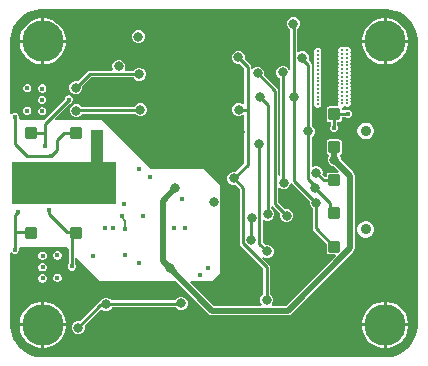
<source format=gbl>
G04*
G04 #@! TF.GenerationSoftware,Altium Limited,Altium Designer,21.6.4 (81)*
G04*
G04 Layer_Physical_Order=4*
G04 Layer_Color=16711680*
%FSLAX25Y25*%
%MOIN*%
G70*
G04*
G04 #@! TF.SameCoordinates,C1900F0A-900D-499D-9597-BB550FD85569*
G04*
G04*
G04 #@! TF.FilePolarity,Positive*
G04*
G01*
G75*
%ADD63C,0.01968*%
%ADD64C,0.01000*%
%ADD65C,0.00709*%
%ADD72C,0.03543*%
%ADD73C,0.13780*%
%ADD74C,0.01575*%
%ADD75C,0.03150*%
%ADD76C,0.00787*%
%ADD77C,0.00709*%
G04:AMPARAMS|DCode=85|XSize=39.37mil|YSize=39.37mil|CornerRadius=3.94mil|HoleSize=0mil|Usage=FLASHONLY|Rotation=270.000|XOffset=0mil|YOffset=0mil|HoleType=Round|Shape=RoundedRectangle|*
%AMROUNDEDRECTD85*
21,1,0.03937,0.03150,0,0,270.0*
21,1,0.03150,0.03937,0,0,270.0*
1,1,0.00787,-0.01575,-0.01575*
1,1,0.00787,-0.01575,0.01575*
1,1,0.00787,0.01575,0.01575*
1,1,0.00787,0.01575,-0.01575*
%
%ADD85ROUNDEDRECTD85*%
%ADD86R,0.03839X0.11516*%
%ADD87R,0.34918X0.13976*%
G36*
X100844Y53109D02*
X100796Y52995D01*
Y52133D01*
X101126Y51337D01*
X101735Y50728D01*
X101850Y50681D01*
Y43993D01*
X101850Y43993D01*
X101934Y43568D01*
X102175Y43207D01*
X106478Y38905D01*
Y36324D01*
X106554Y35940D01*
X106772Y35614D01*
X107097Y35397D01*
X107481Y35320D01*
X109348D01*
X109539Y34858D01*
X92827Y18146D01*
X88348D01*
X88141Y18646D01*
X88352Y18857D01*
X88682Y19653D01*
Y20514D01*
X88352Y21310D01*
X87743Y21919D01*
X87629Y21967D01*
Y31119D01*
X87629Y31119D01*
X87544Y31544D01*
X87303Y31905D01*
X87303Y31905D01*
X85101Y34107D01*
X85389Y34488D01*
X86184Y34159D01*
X87046D01*
X87842Y34488D01*
X88451Y35097D01*
X88780Y35893D01*
Y36755D01*
X88451Y37550D01*
X87842Y38159D01*
X87046Y38489D01*
X86184D01*
X86070Y38442D01*
X85168Y39344D01*
Y46654D01*
X85668Y46856D01*
X86381Y46560D01*
X87243D01*
X88039Y46890D01*
X88648Y47499D01*
X88977Y48295D01*
Y49156D01*
X88648Y49952D01*
X88039Y50561D01*
X87924Y50609D01*
Y51227D01*
X88424Y51379D01*
X88486Y51286D01*
X90999Y48773D01*
X90952Y48658D01*
Y47797D01*
X91281Y47001D01*
X91890Y46392D01*
X92686Y46062D01*
X93548D01*
X94344Y46392D01*
X94953Y47001D01*
X95282Y47797D01*
Y48658D01*
X94953Y49454D01*
X94344Y50063D01*
X93548Y50393D01*
X92686D01*
X92572Y50345D01*
X90385Y52532D01*
Y57328D01*
X90885Y57535D01*
X90999Y57421D01*
X91795Y57092D01*
X92656D01*
X93452Y57421D01*
X94061Y58030D01*
X94391Y58826D01*
Y58907D01*
X94862Y59062D01*
X94891Y59062D01*
X100844Y53109D01*
D02*
G37*
G36*
X128098Y116927D02*
X129466Y116560D01*
X130775Y116018D01*
X132002Y115310D01*
X133126Y114447D01*
X134128Y113445D01*
X134990Y112321D01*
X135698Y111094D01*
X136241Y109785D01*
X136607Y108417D01*
X136792Y107013D01*
Y106304D01*
Y11811D01*
Y11103D01*
X136607Y9698D01*
X136241Y8330D01*
X135698Y7021D01*
X134990Y5794D01*
X134128Y4670D01*
X133126Y3668D01*
X132002Y2806D01*
X130775Y2097D01*
X129466Y1555D01*
X128098Y1188D01*
X126693Y1003D01*
X11103D01*
X9698Y1188D01*
X8330Y1555D01*
X7021Y2097D01*
X5794Y2806D01*
X4670Y3668D01*
X3668Y4670D01*
X2806Y5794D01*
X2097Y7021D01*
X1555Y8330D01*
X1188Y9698D01*
X1003Y11103D01*
Y11811D01*
Y35864D01*
X1503Y36022D01*
X1779Y35746D01*
X2286Y35536D01*
X2834D01*
X3340Y35746D01*
X3728Y36134D01*
X3938Y36640D01*
Y37189D01*
X3851Y37399D01*
X4178Y37899D01*
X19489D01*
X20444Y36944D01*
Y32141D01*
X20388Y32085D01*
X20178Y31578D01*
Y31030D01*
X20388Y30524D01*
X20775Y30136D01*
X21282Y29926D01*
X21830D01*
X22337Y30136D01*
X22724Y30524D01*
X22934Y31030D01*
Y31578D01*
X22724Y32085D01*
X22668Y32141D01*
Y34067D01*
X23130Y34258D01*
X30808Y26580D01*
X55998D01*
X67173Y15405D01*
X67694Y15057D01*
X68308Y14935D01*
X68308Y14935D01*
X93492D01*
X93492Y14935D01*
X94107Y15057D01*
X94627Y15405D01*
X115408Y36186D01*
X115408Y36186D01*
X115756Y36706D01*
X115878Y37321D01*
X115878Y37321D01*
Y61521D01*
X115878Y61521D01*
X115756Y62135D01*
X115408Y62656D01*
X115408Y62656D01*
X111123Y66941D01*
Y67266D01*
X110822Y67993D01*
X110868Y68224D01*
X111015Y68541D01*
X111340Y68759D01*
X111558Y69085D01*
X111634Y69468D01*
Y72618D01*
X111558Y73002D01*
X111340Y73328D01*
X111015Y73545D01*
X110631Y73622D01*
X107481D01*
X107097Y73545D01*
X106772Y73328D01*
X106554Y73002D01*
X106478Y72618D01*
Y69468D01*
X106554Y69085D01*
X106772Y68759D01*
X106975Y68623D01*
X107118Y68091D01*
X107108Y68029D01*
X106792Y67266D01*
Y66405D01*
X107122Y65609D01*
X107731Y65000D01*
X108527Y64670D01*
X108852D01*
X110449Y63073D01*
X110242Y62573D01*
X107481D01*
X107097Y62497D01*
X106772Y62279D01*
X106554Y61954D01*
X106478Y61570D01*
Y61107D01*
X105934D01*
X105088Y61953D01*
X105127Y62046D01*
Y62907D01*
X104797Y63703D01*
X104188Y64312D01*
X103392Y64642D01*
X102531D01*
X102007Y64425D01*
X101507Y64737D01*
Y74401D01*
X101621Y74449D01*
X102230Y75058D01*
X102560Y75854D01*
Y76715D01*
X102230Y77511D01*
X101621Y78120D01*
X101507Y78168D01*
Y98511D01*
X101507Y98511D01*
X101422Y98936D01*
X101181Y99297D01*
X100424Y100055D01*
X100592Y100460D01*
Y101321D01*
X100262Y102117D01*
X99653Y102726D01*
X98857Y103056D01*
X97996D01*
X97200Y102726D01*
X97097Y102623D01*
X96635Y102815D01*
Y110407D01*
X97211Y110983D01*
X97540Y111779D01*
Y112640D01*
X97211Y113436D01*
X96601Y114045D01*
X95806Y114375D01*
X94944D01*
X94148Y114045D01*
X93539Y113436D01*
X93210Y112640D01*
Y111779D01*
X93539Y110983D01*
X94148Y110374D01*
X94411Y110265D01*
Y96946D01*
X93911Y96846D01*
X93766Y97196D01*
X93157Y97805D01*
X92361Y98135D01*
X91499D01*
X90703Y97805D01*
X90094Y97196D01*
X89765Y96400D01*
Y95539D01*
X90094Y94743D01*
X90703Y94134D01*
X90966Y94025D01*
Y61486D01*
X90885Y61432D01*
X90385Y61699D01*
Y89867D01*
X90300Y90293D01*
X90059Y90653D01*
X85583Y95129D01*
X85631Y95244D01*
Y96105D01*
X85301Y96901D01*
X84692Y97510D01*
X83896Y97840D01*
X83035D01*
X82239Y97510D01*
X81739Y97010D01*
X81239Y97164D01*
Y97922D01*
X81154Y98347D01*
X80913Y98708D01*
X80913Y98708D01*
X79183Y100438D01*
X79233Y100558D01*
Y101420D01*
X78904Y102216D01*
X78294Y102825D01*
X77499Y103155D01*
X76637D01*
X75841Y102825D01*
X75232Y102216D01*
X74902Y101420D01*
Y100558D01*
X75232Y99763D01*
X75841Y99154D01*
X76637Y98824D01*
X77499D01*
X77608Y98869D01*
X79015Y97461D01*
Y85489D01*
X78515Y85281D01*
X78393Y85404D01*
X77597Y85733D01*
X76736D01*
X75940Y85404D01*
X75331Y84794D01*
X75001Y83999D01*
Y83137D01*
X75331Y82341D01*
X75940Y81732D01*
X76736Y81403D01*
X77597D01*
X78393Y81732D01*
X78515Y81854D01*
X79015Y81647D01*
Y65631D01*
X76137Y62753D01*
X76022Y62800D01*
X75161D01*
X74365Y62471D01*
X73756Y61861D01*
X73426Y61066D01*
Y60204D01*
X73756Y59408D01*
X74365Y58799D01*
X75161Y58469D01*
X76022D01*
X76137Y58517D01*
X77531Y57123D01*
Y38993D01*
X77531Y38993D01*
X77615Y38567D01*
X77856Y38207D01*
X85405Y30658D01*
Y21967D01*
X85290Y21919D01*
X84681Y21310D01*
X84351Y20514D01*
Y19653D01*
X84681Y18857D01*
X84892Y18646D01*
X84685Y18146D01*
X68973D01*
X61001Y26118D01*
X61193Y26580D01*
X68505D01*
X71064Y29139D01*
Y58174D01*
X65552Y63686D01*
X47836D01*
X31300Y80221D01*
X16105D01*
X15913Y80683D01*
X20766Y85536D01*
X20846D01*
X21352Y85746D01*
X21740Y86134D01*
X21950Y86640D01*
Y87189D01*
X21740Y87695D01*
X21352Y88083D01*
X20846Y88292D01*
X20298D01*
X19791Y88083D01*
X19404Y87695D01*
X19194Y87189D01*
Y87109D01*
X12306Y80221D01*
X4226D01*
X3892Y80721D01*
X3938Y80833D01*
Y81381D01*
X3728Y81888D01*
X3341Y82275D01*
X2834Y82485D01*
X2286D01*
X1780Y82275D01*
X1503Y81999D01*
X1003Y82157D01*
Y106304D01*
Y107012D01*
X1188Y108417D01*
X1555Y109786D01*
X2097Y111094D01*
X2806Y112321D01*
X3668Y113445D01*
X4670Y114447D01*
X5794Y115310D01*
X7021Y116018D01*
X8330Y116560D01*
X9698Y116927D01*
X11103Y117112D01*
X126693D01*
X128098Y116927D01*
D02*
G37*
%LPC*%
G36*
X126740Y113976D02*
X126484D01*
Y106799D01*
X133661D01*
Y107055D01*
X133366Y108539D01*
X132788Y109936D01*
X131948Y111193D01*
X130878Y112262D01*
X129621Y113103D01*
X128224Y113681D01*
X126740Y113976D01*
D02*
G37*
G36*
X125484D02*
X125228D01*
X123745Y113681D01*
X122348Y113103D01*
X121090Y112262D01*
X120021Y111193D01*
X119181Y109936D01*
X118602Y108539D01*
X118307Y107055D01*
Y106799D01*
X125484D01*
Y113976D01*
D02*
G37*
G36*
X12567D02*
X12311D01*
Y106799D01*
X19488D01*
Y107055D01*
X19193Y108539D01*
X18614Y109936D01*
X17774Y111193D01*
X16705Y112262D01*
X15448Y113103D01*
X14050Y113681D01*
X12567Y113976D01*
D02*
G37*
G36*
X11311D02*
X11055D01*
X9572Y113681D01*
X8174Y113103D01*
X6917Y112262D01*
X5848Y111193D01*
X5008Y109936D01*
X4429Y108539D01*
X4134Y107055D01*
Y106799D01*
X11311D01*
Y113976D01*
D02*
G37*
G36*
X44133Y110044D02*
X43271D01*
X42475Y109715D01*
X41866Y109106D01*
X41536Y108310D01*
Y107448D01*
X41866Y106652D01*
X42475Y106043D01*
X43271Y105714D01*
X44133D01*
X44928Y106043D01*
X45537Y106652D01*
X45867Y107448D01*
Y108310D01*
X45537Y109106D01*
X44928Y109715D01*
X44133Y110044D01*
D02*
G37*
G36*
X113622Y104532D02*
X113152D01*
X112718Y104353D01*
X112452Y104087D01*
X112186Y104353D01*
X111752Y104532D01*
X111282D01*
X110848Y104353D01*
X110515Y104020D01*
X110336Y103586D01*
Y103116D01*
X110500Y102719D01*
X110336Y102321D01*
Y101851D01*
X110500Y101453D01*
X110336Y101055D01*
Y100585D01*
X110500Y100188D01*
X110336Y99790D01*
Y99320D01*
X110500Y98922D01*
X110336Y98524D01*
Y98054D01*
X110500Y97657D01*
X110336Y97259D01*
Y96789D01*
X110500Y96391D01*
X110336Y95994D01*
Y95524D01*
X110500Y95126D01*
X110336Y94728D01*
Y94258D01*
X110500Y93860D01*
X110336Y93463D01*
Y92993D01*
X110500Y92595D01*
X110336Y92197D01*
Y91727D01*
X110500Y91329D01*
X110336Y90932D01*
Y90462D01*
X110500Y90064D01*
X110336Y89666D01*
Y89196D01*
X110500Y88798D01*
X110336Y88401D01*
Y87931D01*
X110500Y87533D01*
X110336Y87135D01*
Y86665D01*
X110500Y86268D01*
X110336Y85870D01*
Y85400D01*
X110431Y85170D01*
X110173Y84697D01*
X110138Y84670D01*
X107481D01*
X107097Y84593D01*
X106772Y84376D01*
X106554Y84050D01*
X106478Y83666D01*
Y80517D01*
X106554Y80133D01*
X106772Y79807D01*
X107097Y79590D01*
X107481Y79513D01*
X107846D01*
Y78302D01*
X107790Y78246D01*
X107580Y77740D01*
Y77192D01*
X107790Y76685D01*
X108177Y76297D01*
X108684Y76088D01*
X109232D01*
X109738Y76297D01*
X110126Y76685D01*
X110336Y77192D01*
Y77740D01*
X110126Y78246D01*
X110070Y78302D01*
Y79513D01*
X110631D01*
X111015Y79590D01*
X111340Y79807D01*
X111558Y80133D01*
X111634Y80517D01*
Y81078D01*
X112747D01*
X112803Y81022D01*
X113310Y80812D01*
X113858D01*
X114364Y81022D01*
X114752Y81409D01*
X114962Y81916D01*
Y82464D01*
X114752Y82970D01*
X114364Y83358D01*
X113858Y83568D01*
X113310D01*
X112803Y83358D01*
X112747Y83302D01*
X111634D01*
Y83666D01*
X111577Y83954D01*
X111668Y84213D01*
X111860Y84499D01*
X112186Y84634D01*
X112452Y84900D01*
X112718Y84634D01*
X113152Y84454D01*
X113622D01*
X114056Y84634D01*
X114388Y84966D01*
X114568Y85400D01*
Y85870D01*
X114403Y86268D01*
X114568Y86665D01*
Y87135D01*
X114403Y87533D01*
X114568Y87931D01*
Y88401D01*
X114403Y88798D01*
X114568Y89196D01*
Y89666D01*
X114403Y90064D01*
X114568Y90462D01*
Y90932D01*
X114403Y91329D01*
X114568Y91727D01*
Y92197D01*
X114403Y92595D01*
X114568Y92993D01*
Y93463D01*
X114403Y93860D01*
X114568Y94258D01*
Y94728D01*
X114403Y95126D01*
X114568Y95524D01*
Y95994D01*
X114403Y96391D01*
X114568Y96789D01*
Y97259D01*
X114403Y97657D01*
X114568Y98054D01*
Y98524D01*
X114403Y98922D01*
X114568Y99320D01*
Y99790D01*
X114403Y100188D01*
X114568Y100585D01*
Y101055D01*
X114403Y101453D01*
X114568Y101851D01*
Y102321D01*
X114403Y102719D01*
X114568Y103116D01*
Y103586D01*
X114388Y104020D01*
X114056Y104353D01*
X113622Y104532D01*
D02*
G37*
G36*
X133661Y105799D02*
X126484D01*
Y98622D01*
X126740D01*
X128224Y98917D01*
X129621Y99496D01*
X130878Y100336D01*
X131948Y101405D01*
X132788Y102663D01*
X133366Y104060D01*
X133661Y105543D01*
Y105799D01*
D02*
G37*
G36*
X125484D02*
X118307D01*
Y105543D01*
X118602Y104060D01*
X119181Y102663D01*
X120021Y101405D01*
X121090Y100336D01*
X122348Y99496D01*
X123745Y98917D01*
X125228Y98622D01*
X125484D01*
Y105799D01*
D02*
G37*
G36*
X19488Y105799D02*
X12311D01*
Y98622D01*
X12567D01*
X14050Y98917D01*
X15448Y99496D01*
X16705Y100336D01*
X17774Y101405D01*
X18614Y102663D01*
X19193Y104060D01*
X19488Y105543D01*
Y105799D01*
D02*
G37*
G36*
X11311D02*
X4134D01*
Y105543D01*
X4429Y104060D01*
X5008Y102663D01*
X5848Y101405D01*
X6917Y100336D01*
X8174Y99496D01*
X9572Y98917D01*
X11055Y98622D01*
X11311D01*
Y105799D01*
D02*
G37*
G36*
X37636Y100202D02*
X36775D01*
X35979Y99872D01*
X35370Y99263D01*
X35040Y98467D01*
Y97606D01*
X35295Y96991D01*
X35036Y96491D01*
X27462D01*
X27462Y96491D01*
X27036Y96406D01*
X26675Y96165D01*
X26675Y96165D01*
X23479Y92969D01*
X23365Y93017D01*
X22503D01*
X21708Y92687D01*
X21098Y92078D01*
X20769Y91282D01*
Y90421D01*
X21098Y89625D01*
X21708Y89016D01*
X22503Y88686D01*
X23365D01*
X24161Y89016D01*
X24770Y89625D01*
X25099Y90421D01*
Y91282D01*
X25052Y91397D01*
X27922Y94267D01*
X42114D01*
X42161Y94152D01*
X42770Y93543D01*
X43566Y93214D01*
X44428D01*
X45224Y93543D01*
X45833Y94152D01*
X46162Y94948D01*
Y95810D01*
X45833Y96605D01*
X45224Y97215D01*
X44428Y97544D01*
X43566D01*
X42770Y97215D01*
X42161Y96605D01*
X42114Y96491D01*
X39376D01*
X39116Y96991D01*
X39371Y97606D01*
Y98467D01*
X39041Y99263D01*
X38432Y99872D01*
X37636Y100202D01*
D02*
G37*
G36*
X6968Y92131D02*
X6420D01*
X5913Y91921D01*
X5526Y91533D01*
X5316Y91027D01*
Y90479D01*
X5526Y89972D01*
X5913Y89585D01*
X6420Y89375D01*
X6968D01*
X7474Y89585D01*
X7862Y89972D01*
X8072Y90479D01*
Y91027D01*
X7862Y91533D01*
X7474Y91921D01*
X6968Y92131D01*
D02*
G37*
G36*
X11988Y91934D02*
X11440D01*
X10933Y91724D01*
X10545Y91337D01*
X10336Y90830D01*
Y90282D01*
X10545Y89776D01*
X10933Y89388D01*
X11440Y89178D01*
X11988D01*
X12494Y89388D01*
X12882Y89776D01*
X13092Y90282D01*
Y90830D01*
X12882Y91337D01*
X12494Y91724D01*
X11988Y91934D01*
D02*
G37*
G36*
X11889Y88194D02*
X11341D01*
X10835Y87984D01*
X10447Y87596D01*
X10237Y87090D01*
Y86542D01*
X10447Y86035D01*
X10835Y85648D01*
X11341Y85438D01*
X11889D01*
X12396Y85648D01*
X12783Y86035D01*
X12993Y86542D01*
Y87090D01*
X12783Y87596D01*
X12396Y87984D01*
X11889Y88194D01*
D02*
G37*
G36*
X44821Y85635D02*
X43960D01*
X43164Y85305D01*
X42555Y84696D01*
X42446Y84434D01*
X24835D01*
X24259Y85010D01*
X23463Y85340D01*
X22602D01*
X21806Y85010D01*
X21197Y84401D01*
X20867Y83605D01*
Y82744D01*
X21197Y81948D01*
X21806Y81339D01*
X22602Y81009D01*
X23463D01*
X24259Y81339D01*
X24868Y81948D01*
X24977Y82210D01*
X42588D01*
X43164Y81634D01*
X43960Y81304D01*
X44821D01*
X45617Y81634D01*
X46226Y82243D01*
X46556Y83039D01*
Y83900D01*
X46226Y84696D01*
X45617Y85305D01*
X44821Y85635D01*
D02*
G37*
G36*
X103681Y104237D02*
X103211D01*
X102777Y104057D01*
X102445Y103725D01*
X102265Y103291D01*
Y102821D01*
X102429Y102423D01*
X102265Y102025D01*
Y101556D01*
X102429Y101158D01*
X102265Y100760D01*
Y100290D01*
X102429Y99892D01*
X102265Y99495D01*
Y99025D01*
X102429Y98627D01*
X102265Y98229D01*
Y97759D01*
X102429Y97361D01*
X102265Y96964D01*
Y96494D01*
X102429Y96096D01*
X102265Y95698D01*
Y95228D01*
X102429Y94831D01*
X102265Y94433D01*
Y93963D01*
X102429Y93565D01*
X102265Y93167D01*
Y92697D01*
X102429Y92300D01*
X102265Y91902D01*
Y91432D01*
X102429Y91034D01*
X102265Y90636D01*
Y90166D01*
X102429Y89769D01*
X102265Y89371D01*
Y88901D01*
X102429Y88503D01*
X102265Y88105D01*
Y87636D01*
X102429Y87238D01*
X102265Y86840D01*
Y86370D01*
X102429Y85972D01*
X102265Y85575D01*
Y85105D01*
X102445Y84671D01*
X102777Y84338D01*
X103211Y84158D01*
X103681D01*
X104115Y84338D01*
X104447Y84671D01*
X104627Y85105D01*
Y85575D01*
X104462Y85972D01*
X104627Y86370D01*
Y86840D01*
X104462Y87238D01*
X104627Y87636D01*
Y88105D01*
X104462Y88503D01*
X104627Y88901D01*
Y89371D01*
X104462Y89769D01*
X104627Y90166D01*
Y90636D01*
X104462Y91034D01*
X104627Y91432D01*
Y91902D01*
X104462Y92300D01*
X104627Y92697D01*
Y93167D01*
X104462Y93565D01*
X104627Y93963D01*
Y94433D01*
X104462Y94831D01*
X104627Y95228D01*
Y95698D01*
X104462Y96096D01*
X104627Y96494D01*
Y96964D01*
X104462Y97361D01*
X104627Y97759D01*
Y98229D01*
X104462Y98627D01*
X104627Y99025D01*
Y99495D01*
X104462Y99892D01*
X104627Y100290D01*
Y100760D01*
X104462Y101158D01*
X104627Y101556D01*
Y102025D01*
X104462Y102423D01*
X104627Y102821D01*
Y103291D01*
X104447Y103725D01*
X104115Y104057D01*
X103681Y104237D01*
D02*
G37*
G36*
X6968Y84552D02*
X6420D01*
X5913Y84342D01*
X5526Y83955D01*
X5316Y83448D01*
Y82900D01*
X5526Y82394D01*
X5913Y82006D01*
X6420Y81796D01*
X6968D01*
X7474Y82006D01*
X7862Y82394D01*
X8072Y82900D01*
Y83448D01*
X7862Y83955D01*
X7474Y84342D01*
X6968Y84552D01*
D02*
G37*
G36*
X11889Y84454D02*
X11341D01*
X10835Y84244D01*
X10447Y83856D01*
X10237Y83350D01*
Y82802D01*
X10447Y82295D01*
X10835Y81908D01*
X11341Y81698D01*
X11889D01*
X12396Y81908D01*
X12783Y82295D01*
X12993Y82802D01*
Y83350D01*
X12783Y83856D01*
X12396Y84244D01*
X11889Y84454D01*
D02*
G37*
G36*
X119851Y79232D02*
X119125D01*
X118424Y79045D01*
X117796Y78682D01*
X117283Y78168D01*
X116920Y77540D01*
X116732Y76839D01*
Y76114D01*
X116920Y75413D01*
X117283Y74784D01*
X117796Y74271D01*
X118424Y73908D01*
X119125Y73721D01*
X119851D01*
X120552Y73908D01*
X121180Y74271D01*
X121694Y74784D01*
X122056Y75413D01*
X122244Y76114D01*
Y76839D01*
X122056Y77540D01*
X121694Y78168D01*
X121180Y78682D01*
X120552Y79045D01*
X119851Y79232D01*
D02*
G37*
G36*
Y46358D02*
X119125D01*
X118424Y46170D01*
X117796Y45808D01*
X117283Y45294D01*
X116920Y44666D01*
X116732Y43965D01*
Y43240D01*
X116920Y42539D01*
X117283Y41910D01*
X117796Y41397D01*
X118424Y41034D01*
X119125Y40846D01*
X119851D01*
X120552Y41034D01*
X121180Y41397D01*
X121694Y41910D01*
X122056Y42539D01*
X122244Y43240D01*
Y43965D01*
X122056Y44666D01*
X121694Y45294D01*
X121180Y45808D01*
X120552Y46170D01*
X119851Y46358D01*
D02*
G37*
G36*
X17027Y36324D02*
X16479D01*
X15972Y36114D01*
X15585Y35726D01*
X15375Y35220D01*
Y34672D01*
X15585Y34165D01*
X15972Y33778D01*
X16479Y33568D01*
X17027D01*
X17534Y33778D01*
X17921Y34165D01*
X18131Y34672D01*
Y35220D01*
X17921Y35726D01*
X17534Y36114D01*
X17027Y36324D01*
D02*
G37*
G36*
X12086Y36225D02*
X11538D01*
X11031Y36016D01*
X10644Y35628D01*
X10434Y35122D01*
Y34573D01*
X10644Y34067D01*
X11031Y33679D01*
X11538Y33470D01*
X12086D01*
X12593Y33679D01*
X12980Y34067D01*
X13190Y34573D01*
Y35122D01*
X12980Y35628D01*
X12593Y36016D01*
X12086Y36225D01*
D02*
G37*
G36*
Y32387D02*
X11538D01*
X11031Y32177D01*
X10644Y31789D01*
X10434Y31283D01*
Y30735D01*
X10644Y30228D01*
X11031Y29841D01*
X11538Y29631D01*
X12086D01*
X12593Y29841D01*
X12980Y30228D01*
X13190Y30735D01*
Y31283D01*
X12980Y31789D01*
X12593Y32177D01*
X12086Y32387D01*
D02*
G37*
G36*
X17027Y28844D02*
X16479D01*
X15972Y28634D01*
X15585Y28246D01*
X15375Y27740D01*
Y27191D01*
X15585Y26685D01*
X15972Y26297D01*
X16479Y26088D01*
X17027D01*
X17534Y26297D01*
X17921Y26685D01*
X18131Y27191D01*
Y27740D01*
X17921Y28246D01*
X17534Y28634D01*
X17027Y28844D01*
D02*
G37*
G36*
X12086Y28647D02*
X11538D01*
X11031Y28437D01*
X10644Y28049D01*
X10434Y27543D01*
Y26995D01*
X10644Y26488D01*
X11031Y26101D01*
X11538Y25891D01*
X12086D01*
X12593Y26101D01*
X12980Y26488D01*
X13190Y26995D01*
Y27543D01*
X12980Y28049D01*
X12593Y28437D01*
X12086Y28647D01*
D02*
G37*
G36*
X58404Y21166D02*
X57543D01*
X56747Y20837D01*
X56138Y20228D01*
X56029Y19965D01*
X34776D01*
X34200Y20541D01*
X33404Y20871D01*
X32543D01*
X31747Y20541D01*
X31138Y19932D01*
X30910Y19383D01*
X30609Y19323D01*
X30249Y19082D01*
X24190Y13023D01*
X24075Y13071D01*
X23213D01*
X22418Y12741D01*
X21809Y12132D01*
X21479Y11336D01*
Y10475D01*
X21809Y9679D01*
X22418Y9070D01*
X23213Y8740D01*
X24075D01*
X24871Y9070D01*
X25480Y9679D01*
X25810Y10475D01*
Y11336D01*
X25762Y11451D01*
X31464Y17153D01*
X31747Y16870D01*
X32543Y16540D01*
X33404D01*
X34200Y16870D01*
X34809Y17479D01*
X34918Y17741D01*
X56171D01*
X56747Y17165D01*
X57543Y16836D01*
X58404D01*
X59200Y17165D01*
X59809Y17774D01*
X60139Y18570D01*
Y19432D01*
X59809Y20228D01*
X59200Y20837D01*
X58404Y21166D01*
D02*
G37*
G36*
X126740Y19488D02*
X126484D01*
Y12311D01*
X133661D01*
Y12567D01*
X133366Y14050D01*
X132788Y15448D01*
X131948Y16705D01*
X130878Y17774D01*
X129621Y18614D01*
X128224Y19193D01*
X126740Y19488D01*
D02*
G37*
G36*
X125484D02*
X125228D01*
X123745Y19193D01*
X122348Y18614D01*
X121090Y17774D01*
X120021Y16705D01*
X119181Y15448D01*
X118602Y14050D01*
X118307Y12567D01*
Y12311D01*
X125484D01*
Y19488D01*
D02*
G37*
G36*
X12567D02*
X12311D01*
Y12311D01*
X19488D01*
Y12567D01*
X19193Y14050D01*
X18614Y15448D01*
X17774Y16705D01*
X16705Y17774D01*
X15448Y18614D01*
X14050Y19193D01*
X12567Y19488D01*
D02*
G37*
G36*
X11311D02*
X11055D01*
X9572Y19193D01*
X8174Y18614D01*
X6917Y17774D01*
X5848Y16705D01*
X5008Y15448D01*
X4429Y14050D01*
X4134Y12567D01*
Y12311D01*
X11311D01*
Y19488D01*
D02*
G37*
G36*
X133661Y11311D02*
X126484D01*
Y4134D01*
X126740D01*
X128224Y4429D01*
X129621Y5008D01*
X130878Y5848D01*
X131948Y6917D01*
X132788Y8174D01*
X133366Y9572D01*
X133661Y11055D01*
Y11311D01*
D02*
G37*
G36*
X125484D02*
X118307D01*
Y11055D01*
X118602Y9572D01*
X119181Y8174D01*
X120021Y6917D01*
X121090Y5848D01*
X122348Y5008D01*
X123745Y4429D01*
X125228Y4134D01*
X125484D01*
Y11311D01*
D02*
G37*
G36*
X19488Y11311D02*
X12311D01*
Y4134D01*
X12567D01*
X14050Y4429D01*
X15448Y5008D01*
X16705Y5848D01*
X17774Y6917D01*
X18614Y8174D01*
X19193Y9572D01*
X19488Y11055D01*
Y11311D01*
D02*
G37*
G36*
X11311D02*
X4134D01*
Y11055D01*
X4429Y9572D01*
X5008Y8174D01*
X5848Y6917D01*
X6917Y5848D01*
X8174Y5008D01*
X9572Y4429D01*
X11055Y4134D01*
X11311D01*
Y11311D01*
D02*
G37*
%LPD*%
D63*
X68308Y16540D02*
X93492D01*
X51773Y33076D02*
X68308Y16540D01*
X93492D02*
X114273Y37321D01*
Y61521D01*
X108958Y66836D02*
X114273Y61521D01*
X109007Y66885D02*
Y70994D01*
X109056Y71043D01*
X108958Y66836D02*
X109007Y66885D01*
X51773Y33076D02*
Y53253D01*
X55808Y57288D01*
D64*
X6694Y68017D02*
X14469D01*
X2560Y72151D02*
X6694Y68017D01*
X14469D02*
X16536Y70084D01*
Y73430D01*
X14076Y48627D02*
X19953Y42750D01*
X14076Y48627D02*
Y50005D01*
X109154Y82190D02*
X113584D01*
X109056Y82091D02*
X109154Y82190D01*
X108958Y77466D02*
Y81993D01*
X109056Y82091D01*
X32973Y18706D02*
X33121Y18853D01*
X57826D02*
X57973Y19001D01*
X33121Y18853D02*
X57826D01*
X31035Y18296D02*
X32563D01*
X23644Y10905D02*
X31035Y18296D01*
X32563D02*
X32973Y18706D01*
X75591Y60635D02*
X78643Y57584D01*
Y38993D02*
Y57584D01*
X75591Y60635D02*
X80127Y65170D01*
Y83558D02*
Y97922D01*
Y65170D02*
Y83558D01*
X77176D02*
X80127D01*
X80127Y83558D01*
X77068Y100981D02*
X80127Y97922D01*
X89273Y52072D02*
Y89867D01*
X83465Y95674D02*
X89273Y89867D01*
X77166Y83568D02*
X77176Y83558D01*
X77068Y100981D02*
Y100989D01*
X78643Y38993D02*
X86517Y31119D01*
Y20084D02*
Y31119D01*
X21556Y31304D02*
Y41147D01*
X21367Y42750D02*
X21556Y42561D01*
Y41147D02*
Y42561D01*
X19953Y42750D02*
X21367D01*
X21556Y41147D02*
X22836Y42426D01*
X12668Y75792D02*
Y78869D01*
X7777Y75792D02*
X12668D01*
Y71530D02*
Y75792D01*
Y78869D02*
X12894Y79094D01*
Y79236D01*
X20572Y86914D01*
X89273Y52072D02*
X93117Y48228D01*
X95375Y112210D02*
X95523Y112062D01*
Y87948D02*
X95670Y87800D01*
X95523Y87948D02*
Y112062D01*
X16536Y73430D02*
X18899Y75792D01*
X22836D01*
X2560Y42623D02*
Y48332D01*
Y36914D02*
Y42623D01*
X7580D01*
X7777Y42426D01*
X2560Y72151D02*
Y81107D01*
X105474Y59995D02*
X109056D01*
X102992Y62476D02*
X105474Y59995D01*
X107728Y50275D02*
Y52415D01*
X102658Y57485D02*
X107728Y52415D01*
Y50275D02*
X109056Y48947D01*
X102962Y43993D02*
X109056Y37899D01*
X102962Y43993D02*
Y52564D01*
X95670Y59855D02*
X102962Y52564D01*
X95670Y59855D02*
Y87800D01*
X100395Y60331D02*
Y98511D01*
Y60331D02*
X102658Y58067D01*
Y57485D02*
Y58067D01*
X81395Y47253D02*
X81489Y47348D01*
X81300Y39966D02*
X81395Y40060D01*
Y47253D01*
X98426Y100479D02*
X100395Y98511D01*
X98426Y100479D02*
Y100891D01*
X92078Y59404D02*
Y95822D01*
X91930Y95969D02*
X92078Y95822D01*
Y59404D02*
X92225Y59257D01*
X84351Y87702D02*
X86812Y85241D01*
Y48725D02*
Y85241D01*
X84056Y38883D02*
Y72052D01*
Y38883D02*
X86615Y36324D01*
X44243Y83322D02*
X44391Y83469D01*
X23032Y83174D02*
X23180Y83322D01*
X44243D01*
X27462Y95379D02*
X43997D01*
X22934Y90851D02*
X27462Y95379D01*
X2560Y48332D02*
X3643Y49414D01*
D65*
X38135Y47758D02*
X39371Y46523D01*
Y43903D02*
Y46523D01*
X38135Y47758D02*
Y47993D01*
D72*
X119488Y76476D02*
D03*
Y43602D02*
D03*
D73*
X125984Y106299D02*
D03*
Y11811D02*
D03*
X11811D02*
D03*
Y106299D02*
D03*
D74*
X14469Y68017D02*
D03*
X14076Y50005D02*
D03*
X108958Y77466D02*
D03*
X113584Y82190D02*
D03*
X109056Y82091D02*
D03*
X43899Y32387D02*
D03*
X47737Y61127D02*
D03*
X38781Y52072D02*
D03*
X45277Y48135D02*
D03*
X35139Y44198D02*
D03*
X32580D02*
D03*
X67028Y30910D02*
D03*
X64371Y28450D02*
D03*
X55710Y44198D02*
D03*
X59351D02*
D03*
X58269Y53745D02*
D03*
X43800Y63883D02*
D03*
X28446Y34848D02*
D03*
X39371Y34946D02*
D03*
X11812Y31009D02*
D03*
X11714Y90556D02*
D03*
X11812Y27269D02*
D03*
Y34848D02*
D03*
X16753Y27466D02*
D03*
Y34946D02*
D03*
X11615Y83076D02*
D03*
Y86816D02*
D03*
X20572Y86914D02*
D03*
X6694Y90753D02*
D03*
Y83174D02*
D03*
X21556Y31304D02*
D03*
X2560Y81107D02*
D03*
X2560Y36914D02*
D03*
X38135Y47993D02*
D03*
X39371Y43903D02*
D03*
X3643Y49414D02*
D03*
X12668Y71530D02*
D03*
D75*
X57973Y19001D02*
D03*
X54135Y30714D02*
D03*
X69095Y52662D02*
D03*
X4627Y23135D02*
D03*
X57875Y65458D02*
D03*
X106596Y113292D02*
D03*
X58761Y106796D02*
D03*
X134056Y62505D02*
D03*
X131103Y70871D02*
D03*
X123820Y58568D02*
D03*
X123918Y49611D02*
D03*
X100985Y40753D02*
D03*
X100788Y30418D02*
D03*
X120473Y28056D02*
D03*
X112206Y19592D02*
D03*
X105119Y3548D02*
D03*
X83269Y3450D02*
D03*
X41536Y8371D02*
D03*
X29036Y3548D02*
D03*
X54135D02*
D03*
X43702Y107879D02*
D03*
X37206Y98036D02*
D03*
X23644Y10905D02*
D03*
X32973Y18706D02*
D03*
X108958Y66836D02*
D03*
X55808Y57288D02*
D03*
X83465Y95674D02*
D03*
X77068Y100989D02*
D03*
X77166Y83568D02*
D03*
X75591Y60635D02*
D03*
X86517Y20084D02*
D03*
X31694Y109454D02*
D03*
X59154Y114277D02*
D03*
X72343Y114375D02*
D03*
X104430Y66934D02*
D03*
X67619Y77958D02*
D03*
X77560Y76186D02*
D03*
X93117Y48228D02*
D03*
X76379Y88489D02*
D03*
X58465Y83863D02*
D03*
X37009Y87702D02*
D03*
X24804Y87111D02*
D03*
X36418Y78745D02*
D03*
X51280Y65654D02*
D03*
X69784Y63095D02*
D03*
X73131Y56599D02*
D03*
X73032Y49119D02*
D03*
X72934Y40359D02*
D03*
X73131Y31895D02*
D03*
X72147Y24808D02*
D03*
X65749Y24119D02*
D03*
X48721Y23824D02*
D03*
X25198Y28351D02*
D03*
X23721Y22052D02*
D03*
X38584Y21658D02*
D03*
X95375Y112210D02*
D03*
X102962Y62476D02*
D03*
X102658Y57485D02*
D03*
X102962Y52564D02*
D03*
X95670Y87800D02*
D03*
X81300Y39966D02*
D03*
X81489Y47348D02*
D03*
X98426Y100891D02*
D03*
X100395Y76284D02*
D03*
X91930Y95969D02*
D03*
X92225Y59257D02*
D03*
X84351Y87702D02*
D03*
X86812Y48725D02*
D03*
X86615Y36324D02*
D03*
X84056Y72052D02*
D03*
X44391Y83469D02*
D03*
X43997Y95379D02*
D03*
X22934Y90851D02*
D03*
X23032Y83174D02*
D03*
D76*
X113387Y103351D02*
D03*
Y102086D02*
D03*
Y100820D02*
D03*
Y99555D02*
D03*
Y98290D02*
D03*
Y94493D02*
D03*
Y93228D02*
D03*
Y91962D02*
D03*
Y90697D02*
D03*
Y89431D02*
D03*
Y88166D02*
D03*
Y86900D02*
D03*
Y85635D02*
D03*
Y95758D02*
D03*
Y97024D02*
D03*
X111517Y103351D02*
D03*
Y102086D02*
D03*
Y100820D02*
D03*
Y99555D02*
D03*
Y98290D02*
D03*
Y94493D02*
D03*
Y93228D02*
D03*
Y91962D02*
D03*
Y90697D02*
D03*
Y89431D02*
D03*
Y88166D02*
D03*
Y86900D02*
D03*
Y85635D02*
D03*
Y95758D02*
D03*
Y97024D02*
D03*
X103446Y96729D02*
D03*
Y95463D02*
D03*
Y85340D02*
D03*
Y86605D02*
D03*
Y87871D02*
D03*
Y89136D02*
D03*
Y90401D02*
D03*
Y91667D02*
D03*
Y92932D02*
D03*
Y94198D02*
D03*
Y97994D02*
D03*
Y99260D02*
D03*
Y100525D02*
D03*
Y101791D02*
D03*
Y103056D02*
D03*
X30021Y73627D02*
D03*
X28741D02*
D03*
X31202D02*
D03*
X30021Y76088D02*
D03*
X28741D02*
D03*
X31202D02*
D03*
Y74906D02*
D03*
X28741D02*
D03*
X30021D02*
D03*
D77*
X2127Y53423D02*
D03*
X3052Y60161D02*
D03*
X3052Y58067D02*
D03*
X2127Y60751D02*
D03*
Y64939D02*
D03*
Y56564D02*
D03*
X3052Y55973D02*
D03*
X2127Y62845D02*
D03*
Y54470D02*
D03*
X3052Y62254D02*
D03*
X3052Y59114D02*
D03*
X2127Y58657D02*
D03*
X3052Y64348D02*
D03*
X2127Y63892D02*
D03*
Y61798D02*
D03*
X3052Y63301D02*
D03*
X3052Y54926D02*
D03*
X2127Y59704D02*
D03*
X3052Y57020D02*
D03*
Y53879D02*
D03*
X2127Y57610D02*
D03*
Y55517D02*
D03*
X3052Y61207D02*
D03*
X34794Y65458D02*
D03*
X32727D02*
D03*
X33761Y65458D02*
D03*
X35828Y65458D02*
D03*
X35828Y62308D02*
D03*
X34794D02*
D03*
X33761Y62308D02*
D03*
X32727Y62308D02*
D03*
X35828Y56009D02*
D03*
Y52859D02*
D03*
Y59158D02*
D03*
X34794D02*
D03*
X33761Y59158D02*
D03*
X32727Y59158D02*
D03*
X31694D02*
D03*
X31694Y65458D02*
D03*
X34794Y56009D02*
D03*
X33761Y56009D02*
D03*
X32727Y56009D02*
D03*
X31694D02*
D03*
Y62308D02*
D03*
X34794Y52859D02*
D03*
X33761Y52859D02*
D03*
X32727Y52859D02*
D03*
X31694D02*
D03*
D85*
X7777Y75792D02*
D03*
Y42426D02*
D03*
X22836Y75792D02*
D03*
Y42426D02*
D03*
X109056Y37899D02*
D03*
Y48947D02*
D03*
Y59995D02*
D03*
Y71043D02*
D03*
Y82091D02*
D03*
D86*
X29971Y71216D02*
D03*
D87*
X18959Y59060D02*
D03*
M02*

</source>
